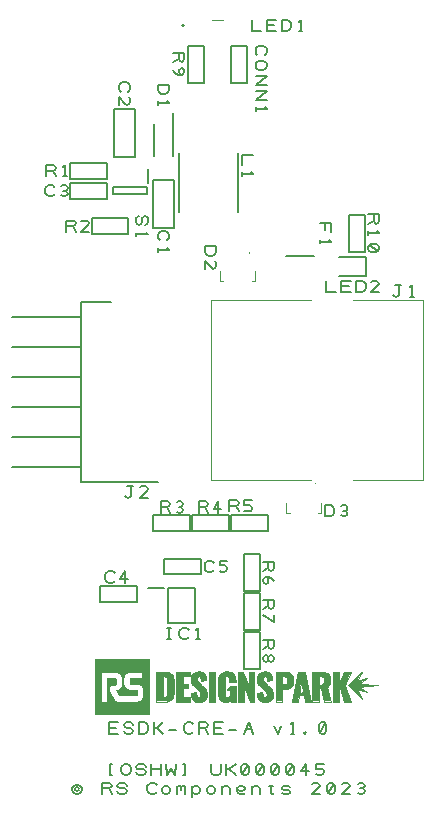
<source format=gbr>
G04 DesignSpark PCB PRO Gerber Version 10.0 Build 5299*
G04 #@! TF.Part,Single*
G04 #@! TF.FileFunction,Legend,Top*
G04 #@! TF.FilePolarity,Positive*
%FSLAX35Y35*%
%MOIN*%
%ADD72C,0.00100*%
%ADD29C,0.00394*%
%ADD28C,0.00500*%
%ADD10C,0.00787*%
G04 #@! TD.AperFunction*
X0Y0D02*
D02*
D10*
X27559Y113189D02*
X4567D01*
X27559Y123189D02*
X4567D01*
X27559Y133189D02*
X4567D01*
X27559Y143189D02*
X4567D01*
X27559Y153189D02*
X4567D01*
X27559Y163189D02*
X4567D01*
X49803Y206299D02*
Y203937D01*
X38386D01*
Y206299D01*
X49803D01*
X49926Y72815D02*
X55437D01*
X50000Y212402D02*
Y207677D01*
X51969Y227343D02*
Y216752D01*
X53543Y108189D02*
X27559D01*
Y168189D01*
X37559D01*
X56815Y72815D02*
X65870D01*
Y61004D01*
X56815D01*
Y72815D01*
X58268Y231201D02*
Y216752D01*
X60236Y217717D02*
Y198031D01*
X61811Y259843D02*
Y260630D02*
G75*
G03*
Y259843I0J-394D01*
G01*
Y260630D02*
G75*
G02*
Y259843I0J-394D01*
G01*
X79921Y198031D02*
Y217717D01*
X105465Y183465D02*
X96110D01*
X113583Y176673D02*
X122736D01*
Y183169D01*
X113583D01*
D02*
D28*
X18873Y203925D02*
X18561Y203612D01*
X17935Y203300D01*
X16998D01*
X16373Y203612D01*
X16061Y203925D01*
X15748Y204550D01*
Y205800D01*
X16061Y206425D01*
X16373Y206737D01*
X16998Y207050D01*
X17935D01*
X18561Y206737D01*
X18873Y206425D01*
X21061Y203612D02*
X21685Y203300D01*
X22311D01*
X22935Y203612D01*
X23248Y204237D01*
X22935Y204862D01*
X22311Y205175D01*
X21685D01*
X22311D02*
X22935Y205487D01*
X23248Y206112D01*
X22935Y206737D01*
X22311Y207050D01*
X21685D01*
X21061Y206737D01*
X16142Y209993D02*
Y213743D01*
X18329D01*
X18954Y213430D01*
X19267Y212805D01*
X18954Y212180D01*
X18329Y211868D01*
X16142D01*
X18329D02*
X19267Y209993D01*
X21767D02*
X23017D01*
X22392D02*
Y213743D01*
X21767Y213118D01*
X22835Y191489D02*
Y195239D01*
X25022D01*
X25647Y194926D01*
X25960Y194301D01*
X25647Y193676D01*
X25022Y193364D01*
X22835D01*
X25022D02*
X25960Y191489D01*
X30335D02*
X27835D01*
X30022Y193676D01*
X30335Y194301D01*
X30022Y194926D01*
X29397Y195239D01*
X28460D01*
X27835Y194926D01*
X24165Y202468D02*
Y207768D01*
X36465D01*
Y202468D01*
X24165D01*
Y209161D02*
Y214461D01*
X36465D01*
Y209161D01*
X24165D01*
X24803Y5337D02*
Y5650D01*
X25116Y6587D01*
X25428Y6900D01*
X26053Y7212D01*
X26678D01*
X27303Y6900D01*
X27616Y6587D01*
X27928Y5650D01*
Y5337D01*
X27616Y4712D01*
X27303Y4400D01*
X26678Y4087D01*
X26053D01*
X25428Y4400D01*
X25116Y4712D01*
X24803Y5337D01*
X26991D02*
X26366Y5025D01*
X25741Y5337D01*
Y5962D01*
X26366Y6275D01*
X26991Y5962D01*
X34803Y4087D02*
Y7837D01*
X36991D01*
X37616Y7525D01*
X37928Y6900D01*
X37616Y6275D01*
X36991Y5962D01*
X34803D01*
X36991D02*
X37928Y4087D01*
X39803Y5025D02*
X40116Y4400D01*
X40741Y4087D01*
X41991D01*
X42616Y4400D01*
X42928Y5025D01*
X42616Y5650D01*
X41991Y5962D01*
X40741D01*
X40116Y6275D01*
X39803Y6900D01*
X40116Y7525D01*
X40741Y7837D01*
X41991D01*
X42616Y7525D01*
X42928Y6900D01*
X52928Y4712D02*
X52616Y4400D01*
X51991Y4087D01*
X51053D01*
X50428Y4400D01*
X50116Y4712D01*
X49803Y5337D01*
Y6587D01*
X50116Y7212D01*
X50428Y7525D01*
X51053Y7837D01*
X51991D01*
X52616Y7525D01*
X52928Y7212D01*
X54803Y5025D02*
X55116Y4400D01*
X55741Y4087D01*
X56366D01*
X56991Y4400D01*
X57303Y5025D01*
Y5650D01*
X56991Y6275D01*
X56366Y6587D01*
X55741D01*
X55116Y6275D01*
X54803Y5650D01*
Y5025D01*
X59803Y4087D02*
Y6587D01*
Y6275D02*
X60116Y6587D01*
X60741D01*
X61053Y6275D01*
Y5337D01*
Y6275D02*
X61366Y6587D01*
X61991D01*
X62303Y6275D01*
Y4087D01*
X64803Y6587D02*
Y3150D01*
Y5025D02*
X65116Y4400D01*
X65741Y4087D01*
X66366D01*
X66991Y4400D01*
X67303Y5025D01*
Y5650D01*
X66991Y6275D01*
X66366Y6587D01*
X65741D01*
X65116Y6275D01*
X64803Y5650D01*
Y5025D01*
X69803D02*
X70116Y4400D01*
X70741Y4087D01*
X71366D01*
X71991Y4400D01*
X72303Y5025D01*
Y5650D01*
X71991Y6275D01*
X71366Y6587D01*
X70741D01*
X70116Y6275D01*
X69803Y5650D01*
Y5025D01*
X74803Y4087D02*
Y6587D01*
Y5650D02*
X75116Y6275D01*
X75741Y6587D01*
X76366D01*
X76991Y6275D01*
X77303Y5650D01*
Y4087D01*
X82303Y4400D02*
X81991Y4087D01*
X81366D01*
X80741D01*
X80116Y4400D01*
X79803Y5025D01*
Y5962D01*
X80116Y6275D01*
X80741Y6587D01*
X81366D01*
X81991Y6275D01*
X82303Y5962D01*
Y5650D01*
X81991Y5337D01*
X81366Y5025D01*
X80741D01*
X80116Y5337D01*
X79803Y5650D01*
X84803Y4087D02*
Y6587D01*
Y5650D02*
X85116Y6275D01*
X85741Y6587D01*
X86366D01*
X86991Y6275D01*
X87303Y5650D01*
Y4087D01*
X90324Y6587D02*
X91782D01*
X91053Y7212D02*
Y4400D01*
X91366Y4087D01*
X91678D01*
X91991Y4400D01*
X94803D02*
X95428Y4087D01*
X96678D01*
X97303Y4400D01*
Y5025D01*
X96678Y5337D01*
X95428D01*
X94803Y5650D01*
Y6275D01*
X95428Y6587D01*
X96678D01*
X97303Y6275D01*
X107303Y4087D02*
X104803D01*
X106991Y6275D01*
X107303Y6900D01*
X106991Y7525D01*
X106366Y7837D01*
X105428D01*
X104803Y7525D01*
X110116Y4400D02*
X110741Y4087D01*
X111366D01*
X111991Y4400D01*
X112303Y5025D01*
Y6900D01*
X111991Y7525D01*
X111366Y7837D01*
X110741D01*
X110116Y7525D01*
X109803Y6900D01*
Y5025D01*
X110116Y4400D01*
X111991Y7525D01*
X117303Y4087D02*
X114803D01*
X116991Y6275D01*
X117303Y6900D01*
X116991Y7525D01*
X116366Y7837D01*
X115428D01*
X114803Y7525D01*
X120116Y4400D02*
X120741Y4087D01*
X121366D01*
X121991Y4400D01*
X122303Y5025D01*
X121991Y5650D01*
X121366Y5962D01*
X120741D01*
X121366D02*
X121991Y6275D01*
X122303Y6900D01*
X121991Y7525D01*
X121366Y7837D01*
X120741D01*
X120116Y7525D01*
X31252Y190657D02*
Y195957D01*
X43552D01*
Y190657D01*
X31252D01*
X38952Y75165D02*
X38639Y74852D01*
X38014Y74539D01*
X37077D01*
X36452Y74852D01*
X36139Y75165D01*
X35827Y75789D01*
Y77039D01*
X36139Y77665D01*
X36452Y77977D01*
X37077Y78289D01*
X38014D01*
X38639Y77977D01*
X38952Y77665D01*
X42389Y74539D02*
Y78289D01*
X40827Y75789D01*
X43327D01*
X38096Y10386D02*
X37470D01*
Y14136D01*
X38096D01*
X41220Y11636D02*
Y12886D01*
X41533Y13511D01*
X41846Y13824D01*
X42470Y14136D01*
X43096D01*
X43720Y13824D01*
X44033Y13511D01*
X44346Y12886D01*
Y11636D01*
X44033Y11011D01*
X43720Y10699D01*
X43096Y10386D01*
X42470D01*
X41846Y10699D01*
X41533Y11011D01*
X41220Y11636D01*
X46220Y11324D02*
X46533Y10699D01*
X47158Y10386D01*
X48408D01*
X49033Y10699D01*
X49346Y11324D01*
X49033Y11949D01*
X48408Y12261D01*
X47158D01*
X46533Y12574D01*
X46220Y13199D01*
X46533Y13824D01*
X47158Y14136D01*
X48408D01*
X49033Y13824D01*
X49346Y13199D01*
X51220Y10386D02*
Y14136D01*
Y12261D02*
X54346D01*
Y10386D02*
Y14136D01*
X56220D02*
X56533Y10386D01*
X57783Y12261D01*
X59033Y10386D01*
X59346Y14136D01*
X61846Y10386D02*
X62470D01*
Y14136D01*
X61846D01*
X71220D02*
Y11324D01*
X71533Y10699D01*
X72158Y10386D01*
X73408D01*
X74033Y10699D01*
X74346Y11324D01*
Y14136D01*
X76220Y10386D02*
Y14136D01*
Y12261D02*
X77158D01*
X79346Y14136D01*
X77158Y12261D02*
X79346Y10386D01*
X81533Y10699D02*
X82158Y10386D01*
X82783D01*
X83408Y10699D01*
X83720Y11324D01*
Y13199D01*
X83408Y13824D01*
X82783Y14136D01*
X82158D01*
X81533Y13824D01*
X81220Y13199D01*
Y11324D01*
X81533Y10699D01*
X83408Y13824D01*
X86533Y10699D02*
X87158Y10386D01*
X87783D01*
X88408Y10699D01*
X88720Y11324D01*
Y13199D01*
X88408Y13824D01*
X87783Y14136D01*
X87158D01*
X86533Y13824D01*
X86220Y13199D01*
Y11324D01*
X86533Y10699D01*
X88408Y13824D01*
X91533Y10699D02*
X92158Y10386D01*
X92783D01*
X93408Y10699D01*
X93720Y11324D01*
Y13199D01*
X93408Y13824D01*
X92783Y14136D01*
X92158D01*
X91533Y13824D01*
X91220Y13199D01*
Y11324D01*
X91533Y10699D01*
X93408Y13824D01*
X96533Y10699D02*
X97158Y10386D01*
X97783D01*
X98408Y10699D01*
X98720Y11324D01*
Y13199D01*
X98408Y13824D01*
X97783Y14136D01*
X97158D01*
X96533Y13824D01*
X96220Y13199D01*
Y11324D01*
X96533Y10699D01*
X98408Y13824D01*
X102783Y10386D02*
Y14136D01*
X101220Y11636D01*
X103720D01*
X106220Y10699D02*
X106846Y10386D01*
X107783D01*
X108408Y10699D01*
X108720Y11324D01*
Y11636D01*
X108408Y12261D01*
X107783Y12574D01*
X106220D01*
Y14136D01*
X108720D01*
X37008Y24166D02*
Y27916D01*
X40133D01*
X39508Y26041D02*
X37008D01*
Y24166D02*
X40133D01*
X42008Y25104D02*
X42320Y24478D01*
X42945Y24166D01*
X44195D01*
X44820Y24478D01*
X45133Y25104D01*
X44820Y25728D01*
X44195Y26041D01*
X42945D01*
X42320Y26354D01*
X42008Y26978D01*
X42320Y27604D01*
X42945Y27916D01*
X44195D01*
X44820Y27604D01*
X45133Y26978D01*
X47008Y24166D02*
Y27916D01*
X48883D01*
X49508Y27604D01*
X49820Y27291D01*
X50133Y26666D01*
Y25416D01*
X49820Y24791D01*
X49508Y24478D01*
X48883Y24166D01*
X47008D01*
X52008D02*
Y27916D01*
Y26041D02*
X52945D01*
X55133Y27916D01*
X52945Y26041D02*
X55133Y24166D01*
X57008Y25416D02*
X59508D01*
X65133Y24791D02*
X64820Y24478D01*
X64195Y24166D01*
X63258D01*
X62633Y24478D01*
X62320Y24791D01*
X62008Y25416D01*
Y26666D01*
X62320Y27291D01*
X62633Y27604D01*
X63258Y27916D01*
X64195D01*
X64820Y27604D01*
X65133Y27291D01*
X67008Y24166D02*
Y27916D01*
X69195D01*
X69820Y27604D01*
X70133Y26978D01*
X69820Y26354D01*
X69195Y26041D01*
X67008D01*
X69195D02*
X70133Y24166D01*
X72008D02*
Y27916D01*
X75133D01*
X74508Y26041D02*
X72008D01*
Y24166D02*
X75133D01*
X77008Y25416D02*
X79508D01*
X82008Y24166D02*
X83570Y27916D01*
X85133Y24166D01*
X82633Y25728D02*
X84508D01*
X92008Y26666D02*
X93258Y24166D01*
X94508Y26666D01*
X97633Y24166D02*
X98883D01*
X98258D02*
Y27916D01*
X97633Y27291D01*
X102320Y24166D02*
X102633Y24478D01*
X102320Y24791D01*
X102008Y24478D01*
X102320Y24166D01*
X107320Y24478D02*
X107945Y24166D01*
X108570D01*
X109195Y24478D01*
X109508Y25104D01*
Y26978D01*
X109195Y27604D01*
X108570Y27916D01*
X107945D01*
X107320Y27604D01*
X107008Y26978D01*
Y25104D01*
X107320Y24478D01*
X109195Y27604D01*
X40933Y238213D02*
X40620Y238526D01*
X40307Y239151D01*
Y240089D01*
X40620Y240713D01*
X40933Y241026D01*
X41557Y241339D01*
X42807D01*
X43433Y241026D01*
X43745Y240713D01*
X44057Y240089D01*
Y239151D01*
X43745Y238526D01*
X43433Y238213D01*
X40307Y233839D02*
Y236339D01*
X42495Y234151D01*
X43120Y233839D01*
X43745Y234151D01*
X44057Y234776D01*
Y235713D01*
X43745Y236339D01*
X42520Y103531D02*
X42832Y103219D01*
X43457Y102906D01*
X44082Y103219D01*
X44395Y103531D01*
Y106656D01*
X45020D01*
X44395D02*
X43145D01*
X50020Y102906D02*
X47520D01*
X49707Y105094D01*
X50020Y105719D01*
X49707Y106344D01*
X49082Y106656D01*
X48145D01*
X47520Y106344D01*
X47151Y196850D02*
X46526Y196538D01*
X46213Y195913D01*
Y194663D01*
X46526Y194038D01*
X47151Y193725D01*
X47776Y194038D01*
X48088Y194663D01*
Y195913D01*
X48401Y196538D01*
X49026Y196850D01*
X49651Y196538D01*
X49963Y195913D01*
Y194663D01*
X49651Y194038D01*
X49026Y193725D01*
X46213Y191225D02*
Y189975D01*
Y190600D02*
X49963D01*
X49338Y191225D01*
X45626Y216409D02*
Y232409D01*
X38626D01*
Y216409D01*
X45626D01*
X46307Y73496D02*
Y68196D01*
X34007D01*
Y73496D01*
X46307D01*
X51618Y208787D02*
Y192787D01*
X58618D01*
Y208787D01*
X51618D01*
X51724Y91838D02*
Y97138D01*
X64024D01*
Y91838D01*
X51724D01*
X53925Y188607D02*
X53612Y188920D01*
X53300Y189545D01*
Y190482D01*
X53612Y191107D01*
X53925Y191420D01*
X54550Y191732D01*
X55800D01*
X56425Y191420D01*
X56737Y191107D01*
X57050Y190482D01*
Y189545D01*
X56737Y188920D01*
X56425Y188607D01*
X53300Y186107D02*
Y184857D01*
Y185482D02*
X57050D01*
X56425Y186107D01*
X53300Y240551D02*
X57050D01*
Y238676D01*
X56737Y238051D01*
X56425Y237739D01*
X55800Y237426D01*
X54550D01*
X53925Y237739D01*
X53612Y238051D01*
X53300Y238676D01*
Y240551D01*
Y234926D02*
Y233676D01*
Y234301D02*
X57050D01*
X56425Y234926D01*
X54311Y97862D02*
Y101612D01*
X56498D01*
X57123Y101300D01*
X57436Y100675D01*
X57123Y100050D01*
X56498Y99737D01*
X54311D01*
X56498D02*
X57436Y97862D01*
X59623Y98175D02*
X60248Y97862D01*
X60873D01*
X61498Y98175D01*
X61811Y98800D01*
X61498Y99425D01*
X60873Y99737D01*
X60248D01*
X60873D02*
X61498Y100050D01*
X61811Y100675D01*
X61498Y101300D01*
X60873Y101612D01*
X60248D01*
X59623Y101300D01*
X56375Y55662D02*
X57625D01*
X57000D02*
Y59412D01*
X56375D02*
X57625D01*
X63563Y56287D02*
X63250Y55974D01*
X62625Y55662D01*
X61687D01*
X61063Y55974D01*
X60750Y56287D01*
X60437Y56912D01*
Y58162D01*
X60750Y58787D01*
X61063Y59100D01*
X61687Y59412D01*
X62625D01*
X63250Y59100D01*
X63563Y58787D01*
X66063Y55662D02*
X67313D01*
X66687D02*
Y59412D01*
X66063Y58787D01*
X58418Y251181D02*
X62168D01*
Y248994D01*
X61856Y248369D01*
X61230Y248056D01*
X60606Y248369D01*
X60293Y248994D01*
Y251181D01*
Y248994D02*
X58418Y248056D01*
Y245244D02*
X58730Y244619D01*
X59356Y243994D01*
X60293Y243681D01*
X61230D01*
X61856Y243994D01*
X62168Y244619D01*
Y245244D01*
X61856Y245869D01*
X61230Y246181D01*
X60606Y245869D01*
X60293Y245244D01*
Y244619D01*
X60606Y243994D01*
X61230Y243681D01*
X63492Y253394D02*
X68792D01*
Y241094D01*
X63492D01*
Y253394D01*
X64716Y91838D02*
Y97138D01*
X77016D01*
Y91838D01*
X64716D01*
X66909Y97862D02*
Y101612D01*
X69096D01*
X69722Y101300D01*
X70034Y100675D01*
X69722Y100050D01*
X69096Y99737D01*
X66909D01*
X69096D02*
X70034Y97862D01*
X73472D02*
Y101612D01*
X71909Y99112D01*
X74409D01*
X67567Y82571D02*
Y77271D01*
X55267D01*
Y82571D01*
X67567D01*
X69048Y186614D02*
X72798D01*
Y184739D01*
X72485Y184114D01*
X72173Y183802D01*
X71548Y183489D01*
X70298D01*
X69673Y183802D01*
X69360Y184114D01*
X69048Y184739D01*
Y186614D01*
Y179114D02*
Y181614D01*
X71235Y179427D01*
X71860Y179114D01*
X72485Y179427D01*
X72798Y180052D01*
Y180989D01*
X72485Y181614D01*
X72023Y78728D02*
X71710Y78415D01*
X71085Y78103D01*
X70148D01*
X69523Y78415D01*
X69210Y78728D01*
X68898Y79353D01*
Y80603D01*
X69210Y81228D01*
X69523Y81541D01*
X70148Y81853D01*
X71085D01*
X71710Y81541D01*
X72023Y81228D01*
X73898Y78415D02*
X74523Y78103D01*
X75460D01*
X76085Y78415D01*
X76398Y79041D01*
Y79353D01*
X76085Y79978D01*
X75460Y80291D01*
X73898D01*
Y81853D01*
X76398D01*
X77145Y98256D02*
Y102006D01*
X79333D01*
X79958Y101694D01*
X80270Y101069D01*
X79958Y100444D01*
X79333Y100131D01*
X77145D01*
X79333D02*
X80270Y98256D01*
X82145Y98569D02*
X82770Y98256D01*
X83708D01*
X84333Y98569D01*
X84645Y99194D01*
Y99506D01*
X84333Y100131D01*
X83708Y100444D01*
X82145D01*
Y102006D01*
X84645D01*
X77708Y91838D02*
Y97138D01*
X90008D01*
Y91838D01*
X77708D01*
X85002Y216929D02*
X81252D01*
Y213804D01*
Y211304D02*
Y210054D01*
Y210679D02*
X85002D01*
X84378Y211304D01*
X81996Y58098D02*
X87296D01*
Y45798D01*
X81996D01*
Y58098D01*
Y71091D02*
X87296D01*
Y58791D01*
X81996D01*
Y71091D01*
Y84083D02*
X87296D01*
Y71783D01*
X81996D01*
Y84083D01*
X82965Y241094D02*
X77665D01*
Y253394D01*
X82965D01*
Y241094D01*
X84646Y262168D02*
Y258418D01*
X87771D01*
X89646D02*
Y262168D01*
X92771D01*
X92146Y260293D02*
X89646D01*
Y258418D02*
X92771D01*
X94646D02*
Y262168D01*
X96521D01*
X97146Y261856D01*
X97458Y261543D01*
X97771Y260918D01*
Y259668D01*
X97458Y259043D01*
X97146Y258730D01*
X96521Y258418D01*
X94646D01*
X100271D02*
X101521D01*
X100896D02*
Y262168D01*
X100271Y261543D01*
X86528Y250418D02*
X86215Y250731D01*
X85902Y251356D01*
Y252293D01*
X86215Y252918D01*
X86528Y253231D01*
X87152Y253543D01*
X88402D01*
X89028Y253231D01*
X89340Y252918D01*
X89652Y252293D01*
Y251356D01*
X89340Y250731D01*
X89028Y250418D01*
X87152Y248543D02*
X88402D01*
X89028Y248231D01*
X89340Y247918D01*
X89652Y247293D01*
Y246668D01*
X89340Y246043D01*
X89028Y245731D01*
X88402Y245418D01*
X87152D01*
X86528Y245731D01*
X86215Y246043D01*
X85902Y246668D01*
Y247293D01*
X86215Y247918D01*
X86528Y248231D01*
X87152Y248543D01*
X85902Y243543D02*
X89652D01*
X85902Y240418D01*
X89652D01*
X85902Y238543D02*
X89652D01*
X85902Y235418D01*
X89652D01*
X85902Y232918D02*
Y231668D01*
Y232293D02*
X89652D01*
X89028Y232918D01*
X88339Y55512D02*
X92089D01*
Y53324D01*
X91777Y52699D01*
X91152Y52387D01*
X90527Y52699D01*
X90214Y53324D01*
Y55512D01*
Y53324D02*
X88339Y52387D01*
X90214Y49574D02*
Y48949D01*
X90527Y48324D01*
X91152Y48012D01*
X91777Y48324D01*
X92089Y48949D01*
Y49574D01*
X91777Y50199D01*
X91152Y50512D01*
X90527Y50199D01*
X90214Y49574D01*
X89902Y50199D01*
X89277Y50512D01*
X88652Y50199D01*
X88339Y49574D01*
Y48949D01*
X88652Y48324D01*
X89277Y48012D01*
X89902Y48324D01*
X90214Y48949D01*
X88339Y68898D02*
X92089D01*
Y66710D01*
X91777Y66085D01*
X91152Y65772D01*
X90527Y66085D01*
X90214Y66710D01*
Y68898D01*
Y66710D02*
X88339Y65772D01*
Y63898D02*
X92089Y61398D01*
Y63898D01*
X88339Y81496D02*
X92089D01*
Y79309D01*
X91777Y78683D01*
X91152Y78371D01*
X90527Y78683D01*
X90214Y79309D01*
Y81496D01*
Y79309D02*
X88339Y78371D01*
X89277Y76496D02*
X89902Y76183D01*
X90214Y75559D01*
Y74933D01*
X89902Y74309D01*
X89277Y73996D01*
X88652Y74309D01*
X88339Y74933D01*
Y75559D01*
X88652Y76183D01*
X89277Y76496D01*
X90214D01*
X91152Y76183D01*
X91777Y75559D01*
X92089Y74933D01*
X107237Y194488D02*
X110987D01*
Y191363D01*
X109112Y191988D02*
Y194488D01*
X107237Y188863D02*
Y187613D01*
Y188238D02*
X110987D01*
X110362Y188863D01*
X109055Y96607D02*
Y100357D01*
X110930D01*
X111555Y100044D01*
X111868Y99732D01*
X112180Y99107D01*
Y97857D01*
X111868Y97232D01*
X111555Y96919D01*
X110930Y96607D01*
X109055D01*
X114368Y96919D02*
X114993Y96607D01*
X115618D01*
X116243Y96919D01*
X116555Y97544D01*
X116243Y98169D01*
X115618Y98482D01*
X114993D01*
X115618D02*
X116243Y98794D01*
X116555Y99419D01*
X116243Y100044D01*
X115618Y100357D01*
X114993D01*
X114368Y100044D01*
X109449Y175160D02*
Y171410D01*
X112574D01*
X114449D02*
Y175160D01*
X117574D01*
X116949Y173285D02*
X114449D01*
Y171410D02*
X117574D01*
X119449D02*
Y175160D01*
X121324D01*
X121949Y174848D01*
X122261Y174535D01*
X122574Y173910D01*
Y172660D01*
X122261Y172035D01*
X121949Y171722D01*
X121324Y171410D01*
X119449D01*
X126949D02*
X124449D01*
X126636Y173598D01*
X126949Y174222D01*
X126636Y174848D01*
X126011Y175160D01*
X125074D01*
X124449Y174848D01*
X122335Y184795D02*
X117035D01*
Y197095D01*
X122335D01*
Y184795D01*
X123378Y197244D02*
X127128D01*
Y195057D01*
X126816Y194431D01*
X126191Y194119D01*
X125566Y194431D01*
X125254Y195057D01*
Y197244D01*
Y195057D02*
X123378Y194119D01*
Y191619D02*
Y190369D01*
Y190994D02*
X127128D01*
X126504Y191619D01*
X123691Y186931D02*
X123378Y186307D01*
Y185681D01*
X123691Y185057D01*
X124316Y184744D01*
X126191D01*
X126816Y185057D01*
X127128Y185681D01*
Y186307D01*
X126816Y186931D01*
X126191Y187244D01*
X124316D01*
X123691Y186931D01*
X126816Y185057D01*
X131890Y170460D02*
X132202Y170148D01*
X132827Y169835D01*
X133452Y170148D01*
X133765Y170460D01*
Y173585D01*
X134390D01*
X133765D02*
X132515D01*
X137515Y169835D02*
X138765D01*
X138140D02*
Y173585D01*
X137515Y172960D01*
D02*
D29*
X71260Y262205D02*
X75197D01*
Y175000D02*
X74173D01*
Y178346D01*
X83858Y184252D02*
Y184646D02*
G75*
G03*
Y184252I0J-197D01*
G01*
Y184646D02*
G75*
G02*
Y184252I0J-197D01*
G01*
X85669Y178346D02*
Y175000D01*
X84646D01*
X97244Y97835D02*
X96220D01*
Y101181D01*
X104449Y108760D02*
X70984D01*
Y168760D01*
X104449D01*
X105906Y107087D02*
Y107480D02*
G75*
G03*
Y107087I0J-197D01*
G01*
Y107480D02*
G75*
G02*
Y107087I0J-197D01*
G01*
X107717Y101181D02*
Y97835D01*
X106693D01*
X118228Y108760D02*
X141850D01*
Y168760D01*
X118228D01*
D02*
D72*
X32283Y48920D02*
Y30709D01*
X50494D01*
Y48920D01*
X32283D01*
X47817Y40249D02*
X47967Y40083D01*
X48093Y39909D01*
X48198Y39722D01*
X48281Y39521D01*
X48344Y39303D01*
X48388Y39065D01*
X48414Y38806D01*
X48422Y38520D01*
Y37201D01*
X48415Y36928D01*
X48387Y36670D01*
X48340Y36428D01*
X48274Y36201D01*
X48188Y35991D01*
X48084Y35798D01*
X47961Y35622D01*
X47820Y35463D01*
X47662Y35321D01*
X47486Y35199D01*
X47293Y35094D01*
X47083Y35008D01*
X46857Y34942D01*
X46615Y34895D01*
X46357Y34868D01*
X46083Y34861D01*
X39582D01*
X39428Y34879D01*
X39293Y34931D01*
X39180Y35014D01*
X39094Y35126D01*
X37199Y38494D01*
X37104Y38668D01*
X37028Y38856D01*
X36973Y39052D01*
X36942Y39254D01*
X36937Y39456D01*
X36961Y39653D01*
X37017Y39842D01*
X37106Y40017D01*
X37262Y40213D01*
X37438Y40350D01*
X37633Y40438D01*
X37843Y40488D01*
X38066Y40507D01*
X38298Y40512D01*
X38781Y40509D01*
X38891Y40517D01*
X38987Y40539D01*
X39069Y40576D01*
X39136Y40629D01*
X39189Y40695D01*
X39227Y40776D01*
X39250Y40872D01*
X39257Y40982D01*
Y42250D01*
X39250Y42362D01*
X39228Y42456D01*
X39190Y42535D01*
X39135Y42603D01*
X39067Y42657D01*
X38987Y42694D01*
X38892Y42717D01*
X38781Y42724D01*
X36510D01*
Y34862D01*
X34411D01*
Y44794D01*
X38993D01*
X39276Y44785D01*
X39537Y44757D01*
X39776Y44712D01*
X39996Y44646D01*
X40199Y44561D01*
X40387Y44454D01*
X40562Y44326D01*
X40727Y44178D01*
X40876Y44012D01*
X41003Y43837D01*
X41107Y43651D01*
X41191Y43450D01*
X41254Y43232D01*
X41298Y42994D01*
X41324Y42734D01*
X41332Y42449D01*
Y40719D01*
X41328Y40489D01*
X41306Y40271D01*
X41267Y40068D01*
X41212Y39876D01*
X41140Y39700D01*
X41053Y39537D01*
X40950Y39388D01*
X40831Y39253D01*
X40698Y39133D01*
X40551Y39028D01*
X40390Y38938D01*
X40215Y38863D01*
X40028Y38804D01*
X39827Y38761D01*
X39614Y38733D01*
X39389Y38723D01*
X40483Y36926D01*
X45856D01*
X45967Y36933D01*
X46061Y36954D01*
X46141Y36993D01*
X46209Y37048D01*
X46262Y37115D01*
X46300Y37196D01*
X46322Y37291D01*
X46330Y37401D01*
Y38393D01*
X46322Y38503D01*
X46300Y38599D01*
X46262Y38681D01*
X46209Y38748D01*
X46141Y38800D01*
X46059Y38838D01*
X45963Y38861D01*
X45854Y38868D01*
X44076D01*
X43804Y38876D01*
X43554Y38902D01*
X43324Y38945D01*
X43113Y39008D01*
X42919Y39089D01*
X42738Y39190D01*
X42570Y39312D01*
X42412Y39454D01*
X42269Y39613D01*
X42147Y39781D01*
X42047Y39960D01*
X41967Y40152D01*
X41906Y40361D01*
X41864Y40588D01*
X41839Y40838D01*
X41831Y41110D01*
Y42456D01*
X41838Y42730D01*
X41865Y42988D01*
X41911Y43230D01*
X41978Y43457D01*
X42064Y43665D01*
X42168Y43859D01*
X42291Y44034D01*
X42432Y44193D01*
X42591Y44333D01*
X42768Y44457D01*
X42961Y44561D01*
X43171Y44645D01*
X43398Y44712D01*
X43640Y44760D01*
X43898Y44787D01*
X44170Y44794D01*
X48210D01*
Y42724D01*
X44383D01*
X44274Y42717D01*
X44178Y42694D01*
X44096Y42657D01*
X44028Y42604D01*
X43976Y42538D01*
X43937Y42456D01*
X43915Y42360D01*
X43908Y42250D01*
Y41334D01*
X43915Y41224D01*
X43937Y41129D01*
X43976Y41048D01*
X44028Y40980D01*
X44096Y40928D01*
X44178Y40890D01*
X44274Y40868D01*
X44383Y40860D01*
X46074D01*
X46358Y40851D01*
X46620Y40824D01*
X46860Y40780D01*
X47082Y40714D01*
X47287Y40630D01*
X47476Y40524D01*
X47652Y40398D01*
X47817Y40249D01*
X32333Y39828D02*
G36*
X32333Y39828D02*
Y30759D01*
X50444D01*
Y39828D01*
X48139D01*
X48198Y39722D01*
X48281Y39521D01*
X48344Y39303D01*
X48388Y39065D01*
X48414Y38806D01*
X48422Y38520D01*
Y37201D01*
X48415Y36928D01*
X48387Y36670D01*
X48340Y36428D01*
X48274Y36201D01*
X48188Y35991D01*
X48084Y35798D01*
X47961Y35622D01*
X47820Y35463D01*
X47662Y35321D01*
X47486Y35199D01*
X47293Y35094D01*
X47083Y35008D01*
X46857Y34942D01*
X46615Y34895D01*
X46357Y34868D01*
X46083Y34861D01*
X39582D01*
X39428Y34879D01*
X39293Y34931D01*
X39180Y35014D01*
X39094Y35126D01*
X37199Y38494D01*
X37104Y38668D01*
X37028Y38856D01*
X36973Y39052D01*
X36942Y39254D01*
X36937Y39456D01*
X36961Y39653D01*
X37013Y39828D01*
X36510D01*
Y34862D01*
X34411D01*
Y39828D01*
X32333D01*
G37*
X39614Y38733D02*
G36*
X39614Y38733D02*
X39389Y38723D01*
X40483Y36926D01*
X45856D01*
X45967Y36933D01*
X46061Y36954D01*
X46141Y36993D01*
X46209Y37048D01*
X46262Y37115D01*
X46300Y37196D01*
X46322Y37291D01*
X46330Y37401D01*
Y38393D01*
X46322Y38503D01*
X46300Y38599D01*
X46262Y38681D01*
X46209Y38748D01*
X46141Y38800D01*
X46059Y38838D01*
X45963Y38861D01*
X45854Y38868D01*
X44076D01*
X43804Y38876D01*
X43554Y38902D01*
X43324Y38945D01*
X43113Y39008D01*
X42919Y39089D01*
X42738Y39190D01*
X42570Y39312D01*
X42412Y39454D01*
X42269Y39613D01*
X42147Y39781D01*
X42121Y39828D01*
X41192D01*
X41140Y39700D01*
X41053Y39537D01*
X40950Y39388D01*
X40831Y39253D01*
X40698Y39133D01*
X40551Y39028D01*
X40390Y38938D01*
X40215Y38863D01*
X40028Y38804D01*
X39827Y38761D01*
X39614Y38733D01*
G37*
X32333Y48870D02*
G36*
X32333Y48870D02*
Y39828D01*
X34411D01*
Y44794D01*
X38993D01*
X39276Y44785D01*
X39537Y44757D01*
X39776Y44712D01*
X39996Y44646D01*
X40199Y44561D01*
X40387Y44454D01*
X40562Y44326D01*
X40727Y44178D01*
X40876Y44012D01*
X41003Y43837D01*
X41107Y43651D01*
X41191Y43450D01*
X41254Y43232D01*
X41298Y42994D01*
X41324Y42734D01*
X41332Y42449D01*
Y40719D01*
X41328Y40489D01*
X41306Y40271D01*
X41267Y40068D01*
X41212Y39876D01*
X41192Y39828D01*
X42121D01*
X42047Y39960D01*
X41967Y40152D01*
X41906Y40361D01*
X41864Y40588D01*
X41839Y40838D01*
X41831Y41110D01*
Y42456D01*
X41838Y42730D01*
X41865Y42988D01*
X41911Y43230D01*
X41978Y43457D01*
X42064Y43665D01*
X42168Y43859D01*
X42291Y44034D01*
X42432Y44193D01*
X42591Y44333D01*
X42768Y44457D01*
X42961Y44561D01*
X43171Y44645D01*
X43398Y44712D01*
X43640Y44760D01*
X43898Y44787D01*
X44170Y44794D01*
X48210D01*
Y42724D01*
X44383D01*
X44274Y42717D01*
X44178Y42694D01*
X44096Y42657D01*
X44028Y42604D01*
X43976Y42538D01*
X43937Y42456D01*
X43915Y42360D01*
X43908Y42250D01*
Y41334D01*
X43915Y41224D01*
X43937Y41129D01*
X43976Y41048D01*
X44028Y40980D01*
X44096Y40928D01*
X44178Y40890D01*
X44274Y40868D01*
X44383Y40860D01*
X46074D01*
X46358Y40851D01*
X46620Y40824D01*
X46860Y40780D01*
X47082Y40714D01*
X47287Y40630D01*
X47476Y40524D01*
X47652Y40398D01*
X47817Y40249D01*
X47967Y40083D01*
X48093Y39909D01*
X48139Y39828D01*
X50444D01*
Y48870D01*
X32333D01*
G37*
X36510Y42724D02*
G36*
X36510Y42724D02*
Y39828D01*
X37013D01*
X37017Y39842D01*
X37106Y40017D01*
X37262Y40213D01*
X37438Y40350D01*
X37633Y40438D01*
X37843Y40488D01*
X38066Y40507D01*
X38298Y40512D01*
X38781Y40509D01*
X38891Y40517D01*
X38987Y40539D01*
X39069Y40576D01*
X39136Y40629D01*
X39189Y40695D01*
X39227Y40776D01*
X39250Y40872D01*
X39257Y40982D01*
Y42250D01*
X39250Y42362D01*
X39228Y42456D01*
X39190Y42535D01*
X39135Y42603D01*
X39067Y42657D01*
X38987Y42694D01*
X38892Y42717D01*
X38781Y42724D01*
X36510D01*
G37*
X52778Y44794D02*
Y34862D01*
X55316D01*
X55776Y34873D01*
X56194Y34907D01*
X56574Y34964D01*
X56915Y35045D01*
X57220Y35152D01*
X57490Y35282D01*
X57727Y35438D01*
X57933Y35619D01*
X58108Y35826D01*
X58256Y36060D01*
X58376Y36321D01*
X58470Y36610D01*
X58541Y36926D01*
X58590Y37272D01*
X58618Y37646D01*
X58627Y38050D01*
Y41656D01*
X58618Y42054D01*
X58590Y42423D01*
X58541Y42764D01*
X58470Y43076D01*
X58375Y43361D01*
X58254Y43618D01*
X58106Y43849D01*
X57930Y44052D01*
X57723Y44230D01*
X57484Y44383D01*
X57212Y44511D01*
X56904Y44614D01*
X56560Y44693D01*
X56178Y44750D01*
X55756Y44783D01*
X55292Y44794D01*
X52778D01*
X55316Y36382D02*
X54973D01*
Y43261D01*
X55304D01*
X55628Y43244D01*
X55880Y43192D01*
X56067Y43103D01*
X56201Y42974D01*
X56289Y42806D01*
X56340Y42594D01*
X56365Y42338D01*
X56371Y42035D01*
Y37707D01*
X56366Y37392D01*
X56346Y37122D01*
X56299Y36894D01*
X56216Y36709D01*
X56157Y36632D01*
X56086Y36565D01*
X56001Y36509D01*
X55900Y36463D01*
X55647Y36402D01*
X55316Y36382D01*
X52828Y39822D02*
G36*
X52828Y39822D02*
Y34912D01*
X56231D01*
X56574Y34964D01*
X56915Y35045D01*
X57220Y35152D01*
X57490Y35282D01*
X57727Y35438D01*
X57933Y35619D01*
X58108Y35826D01*
X58256Y36060D01*
X58376Y36321D01*
X58470Y36610D01*
X58541Y36926D01*
X58577Y37180D01*
Y39822D01*
X56371D01*
Y37707D01*
X56366Y37392D01*
X56346Y37122D01*
X56299Y36894D01*
X56216Y36709D01*
X56157Y36632D01*
X56086Y36565D01*
X56001Y36509D01*
X55900Y36463D01*
X55647Y36402D01*
X55316Y36382D01*
X54973D01*
Y39822D01*
X52828D01*
G37*
Y44744D02*
G36*
X52828Y44744D02*
Y39822D01*
X54973D01*
Y43261D01*
X55304D01*
X55628Y43244D01*
X55880Y43192D01*
X56067Y43103D01*
X56201Y42974D01*
X56289Y42806D01*
X56340Y42594D01*
X56365Y42338D01*
X56371Y42035D01*
Y39822D01*
X58577D01*
Y42513D01*
X58541Y42764D01*
X58470Y43076D01*
X58375Y43361D01*
X58254Y43618D01*
X58106Y43849D01*
X57930Y44052D01*
X57723Y44230D01*
X57484Y44383D01*
X57212Y44511D01*
X56904Y44614D01*
X56560Y44693D01*
X56215Y44744D01*
X52828D01*
G37*
X59473Y44794D02*
X63937D01*
Y43298D01*
X61668D01*
Y40833D01*
X63397D01*
Y39313D01*
X61668D01*
Y36345D01*
X63961D01*
Y34862D01*
X59473D01*
Y44794D01*
G36*
X59473Y44794D02*
X63937D01*
Y43298D01*
X61668D01*
Y40833D01*
X63397D01*
Y39313D01*
X61668D01*
Y36345D01*
X63961D01*
Y34862D01*
X59473D01*
Y44794D01*
G37*
X64243Y37865D02*
X66120Y38148D01*
X66141Y37702D01*
X66189Y37329D01*
X66260Y37023D01*
X66357Y36782D01*
X66479Y36601D01*
X66625Y36476D01*
X66795Y36406D01*
X66990Y36382D01*
X67144Y36399D01*
X67268Y36446D01*
X67364Y36521D01*
X67436Y36615D01*
X67487Y36726D01*
X67520Y36848D01*
X67542Y37106D01*
X67523Y37399D01*
X67466Y37667D01*
X67374Y37912D01*
X67249Y38142D01*
X67093Y38360D01*
X66906Y38571D01*
X66691Y38781D01*
X66451Y38994D01*
X65592Y39742D01*
X65317Y39987D01*
X65063Y40246D01*
X64835Y40524D01*
X64639Y40824D01*
X64478Y41151D01*
X64357Y41507D01*
X64282Y41900D01*
X64256Y42330D01*
X64268Y42635D01*
X64305Y42923D01*
X64365Y43193D01*
X64449Y43444D01*
X64556Y43676D01*
X64684Y43890D01*
X64833Y44084D01*
X65004Y44259D01*
X65194Y44414D01*
X65404Y44550D01*
X65633Y44664D01*
X65880Y44759D01*
X66145Y44833D01*
X66427Y44887D01*
X66725Y44919D01*
X67039Y44929D01*
X67416Y44910D01*
X67753Y44856D01*
X68051Y44769D01*
X68314Y44652D01*
X68543Y44510D01*
X68742Y44344D01*
X68911Y44157D01*
X69054Y43956D01*
X69171Y43740D01*
X69267Y43513D01*
X69343Y43279D01*
X69402Y43041D01*
X69474Y42564D01*
X69504Y42109D01*
X67616Y41876D01*
X67583Y42474D01*
X67548Y42722D01*
X67493Y42930D01*
X67413Y43098D01*
X67302Y43221D01*
X67154Y43296D01*
X66966Y43323D01*
X66824Y43303D01*
X66703Y43250D01*
X66602Y43169D01*
X66520Y43065D01*
X66457Y42945D01*
X66412Y42815D01*
X66386Y42682D01*
X66377Y42550D01*
X66394Y42290D01*
X66446Y42056D01*
X66528Y41843D01*
X66639Y41648D01*
X66778Y41462D01*
X66941Y41283D01*
X67333Y40919D01*
X68155Y40195D01*
X68468Y39913D01*
X68759Y39613D01*
X69021Y39292D01*
X69250Y38945D01*
X69438Y38569D01*
X69580Y38158D01*
X69669Y37708D01*
X69700Y37217D01*
X69689Y36956D01*
X69654Y36703D01*
X69596Y36461D01*
X69517Y36230D01*
X69416Y36011D01*
X69295Y35804D01*
X69154Y35613D01*
X68994Y35437D01*
X68815Y35276D01*
X68618Y35134D01*
X68404Y35011D01*
X68174Y34907D01*
X67928Y34824D01*
X67667Y34764D01*
X67391Y34726D01*
X67101Y34714D01*
X66760Y34726D01*
X66442Y34759D01*
X66146Y34817D01*
X65873Y34896D01*
X65621Y35001D01*
X65391Y35130D01*
X65183Y35283D01*
X64996Y35462D01*
X64830Y35668D01*
X64685Y35899D01*
X64561Y36157D01*
X64457Y36442D01*
X64374Y36756D01*
X64310Y37096D01*
X64267Y37467D01*
X64243Y37865D01*
G36*
X64243Y37865D02*
X66120Y38148D01*
X66141Y37702D01*
X66189Y37329D01*
X66260Y37023D01*
X66357Y36782D01*
X66479Y36601D01*
X66625Y36476D01*
X66795Y36406D01*
X66990Y36382D01*
X67144Y36399D01*
X67268Y36446D01*
X67364Y36521D01*
X67436Y36615D01*
X67487Y36726D01*
X67520Y36848D01*
X67542Y37106D01*
X67523Y37399D01*
X67466Y37667D01*
X67374Y37912D01*
X67249Y38142D01*
X67093Y38360D01*
X66906Y38571D01*
X66691Y38781D01*
X66451Y38994D01*
X65592Y39742D01*
X65317Y39987D01*
X65063Y40246D01*
X64835Y40524D01*
X64639Y40824D01*
X64478Y41151D01*
X64357Y41507D01*
X64282Y41900D01*
X64256Y42330D01*
X64268Y42635D01*
X64305Y42923D01*
X64365Y43193D01*
X64449Y43444D01*
X64556Y43676D01*
X64684Y43890D01*
X64833Y44084D01*
X65004Y44259D01*
X65194Y44414D01*
X65404Y44550D01*
X65633Y44664D01*
X65880Y44759D01*
X66145Y44833D01*
X66427Y44887D01*
X66725Y44919D01*
X67039Y44929D01*
X67416Y44910D01*
X67753Y44856D01*
X68051Y44769D01*
X68314Y44652D01*
X68543Y44510D01*
X68742Y44344D01*
X68911Y44157D01*
X69054Y43956D01*
X69171Y43740D01*
X69267Y43513D01*
X69343Y43279D01*
X69402Y43041D01*
X69474Y42564D01*
X69504Y42109D01*
X67616Y41876D01*
X67583Y42474D01*
X67548Y42722D01*
X67493Y42930D01*
X67413Y43098D01*
X67302Y43221D01*
X67154Y43296D01*
X66966Y43323D01*
X66824Y43303D01*
X66703Y43250D01*
X66602Y43169D01*
X66520Y43065D01*
X66457Y42945D01*
X66412Y42815D01*
X66386Y42682D01*
X66377Y42550D01*
X66394Y42290D01*
X66446Y42056D01*
X66528Y41843D01*
X66639Y41648D01*
X66778Y41462D01*
X66941Y41283D01*
X67333Y40919D01*
X68155Y40195D01*
X68468Y39913D01*
X68759Y39613D01*
X69021Y39292D01*
X69250Y38945D01*
X69438Y38569D01*
X69580Y38158D01*
X69669Y37708D01*
X69700Y37217D01*
X69689Y36956D01*
X69654Y36703D01*
X69596Y36461D01*
X69517Y36230D01*
X69416Y36011D01*
X69295Y35804D01*
X69154Y35613D01*
X68994Y35437D01*
X68815Y35276D01*
X68618Y35134D01*
X68404Y35011D01*
X68174Y34907D01*
X67928Y34824D01*
X67667Y34764D01*
X67391Y34726D01*
X67101Y34714D01*
X66760Y34726D01*
X66442Y34759D01*
X66146Y34817D01*
X65873Y34896D01*
X65621Y35001D01*
X65391Y35130D01*
X65183Y35283D01*
X64996Y35462D01*
X64830Y35668D01*
X64685Y35899D01*
X64561Y36157D01*
X64457Y36442D01*
X64374Y36756D01*
X64310Y37096D01*
X64267Y37467D01*
X64243Y37865D01*
G37*
X70289Y44794D02*
X72484D01*
Y34862D01*
X70289D01*
Y44794D01*
G36*
X70289Y44794D02*
X72484D01*
Y34862D01*
X70289D01*
Y44794D01*
G37*
X77470Y40012D02*
X76233Y38723D01*
X77266D01*
Y37560D01*
X77256Y37310D01*
X77226Y37073D01*
X77172Y36856D01*
X77089Y36662D01*
X76975Y36501D01*
X76826Y36378D01*
X76638Y36300D01*
X76407Y36272D01*
X76178Y36299D01*
X75994Y36374D01*
X75851Y36493D01*
X75744Y36650D01*
X75668Y36839D01*
X75619Y37053D01*
X75593Y37287D01*
X75586Y37534D01*
Y42133D01*
X75605Y42582D01*
X75639Y42793D01*
X75700Y42984D01*
X75793Y43146D01*
X75928Y43273D01*
X76012Y43320D01*
X76109Y43356D01*
X76346Y43384D01*
X76575Y43359D01*
X76751Y43287D01*
X76881Y43172D01*
X76972Y43024D01*
X77030Y42845D01*
X77063Y42644D01*
X77082Y42194D01*
Y41385D01*
X79228D01*
Y42023D01*
X79219Y42340D01*
X79193Y42644D01*
X79148Y42933D01*
X79082Y43207D01*
X78996Y43463D01*
X78887Y43702D01*
X78755Y43923D01*
X78598Y44124D01*
X78415Y44306D01*
X78206Y44465D01*
X77968Y44603D01*
X77702Y44718D01*
X77405Y44809D01*
X77077Y44876D01*
X76716Y44915D01*
X76322Y44929D01*
X75914Y44913D01*
X75542Y44868D01*
X75204Y44792D01*
X74899Y44688D01*
X74625Y44554D01*
X74382Y44395D01*
X74167Y44209D01*
X73981Y43998D01*
X73821Y43761D01*
X73687Y43501D01*
X73576Y43218D01*
X73488Y42912D01*
X73422Y42584D01*
X73377Y42237D01*
X73350Y41870D01*
X73342Y41483D01*
Y38148D01*
X73350Y37772D01*
X73374Y37412D01*
X73417Y37070D01*
X73478Y36748D01*
X73558Y36444D01*
X73660Y36161D01*
X73784Y35901D01*
X73930Y35663D01*
X74102Y35450D01*
X74298Y35261D01*
X74520Y35099D01*
X74770Y34963D01*
X75048Y34856D01*
X75356Y34778D01*
X75694Y34731D01*
X76064Y34714D01*
X76372Y34733D01*
X76644Y34787D01*
X76884Y34872D01*
X77093Y34988D01*
X77273Y35129D01*
X77428Y35294D01*
X77559Y35480D01*
X77670Y35683D01*
X77793Y34862D01*
X79240D01*
Y40012D01*
X77470D01*
G36*
X77470Y40012D02*
X76233Y38723D01*
X77266D01*
Y37560D01*
X77256Y37310D01*
X77226Y37073D01*
X77172Y36856D01*
X77089Y36662D01*
X76975Y36501D01*
X76826Y36378D01*
X76638Y36300D01*
X76407Y36272D01*
X76178Y36299D01*
X75994Y36374D01*
X75851Y36493D01*
X75744Y36650D01*
X75668Y36839D01*
X75619Y37053D01*
X75593Y37287D01*
X75586Y37534D01*
Y42133D01*
X75605Y42582D01*
X75639Y42793D01*
X75700Y42984D01*
X75793Y43146D01*
X75928Y43273D01*
X76012Y43320D01*
X76109Y43356D01*
X76346Y43384D01*
X76575Y43359D01*
X76751Y43287D01*
X76881Y43172D01*
X76972Y43024D01*
X77030Y42845D01*
X77063Y42644D01*
X77082Y42194D01*
Y41385D01*
X79228D01*
Y42023D01*
X79219Y42340D01*
X79193Y42644D01*
X79148Y42933D01*
X79082Y43207D01*
X78996Y43463D01*
X78887Y43702D01*
X78755Y43923D01*
X78598Y44124D01*
X78415Y44306D01*
X78206Y44465D01*
X77968Y44603D01*
X77702Y44718D01*
X77405Y44809D01*
X77077Y44876D01*
X76716Y44915D01*
X76322Y44929D01*
X75914Y44913D01*
X75542Y44868D01*
X75204Y44792D01*
X74899Y44688D01*
X74625Y44554D01*
X74382Y44395D01*
X74167Y44209D01*
X73981Y43998D01*
X73821Y43761D01*
X73687Y43501D01*
X73576Y43218D01*
X73488Y42912D01*
X73422Y42584D01*
X73377Y42237D01*
X73350Y41870D01*
X73342Y41483D01*
Y38148D01*
X73350Y37772D01*
X73374Y37412D01*
X73417Y37070D01*
X73478Y36748D01*
X73558Y36444D01*
X73660Y36161D01*
X73784Y35901D01*
X73930Y35663D01*
X74102Y35450D01*
X74298Y35261D01*
X74520Y35099D01*
X74770Y34963D01*
X75048Y34856D01*
X75356Y34778D01*
X75694Y34731D01*
X76064Y34714D01*
X76372Y34733D01*
X76644Y34787D01*
X76884Y34872D01*
X77093Y34988D01*
X77273Y35129D01*
X77428Y35294D01*
X77559Y35480D01*
X77670Y35683D01*
X77793Y34862D01*
X79240D01*
Y40012D01*
X77470D01*
G37*
X80123Y44794D02*
X81668D01*
X83704Y40012D01*
Y44794D01*
X85519D01*
Y34862D01*
X84035D01*
X81999Y40012D01*
Y34862D01*
X80123D01*
Y44794D01*
G36*
X80123Y44794D02*
X81668D01*
X83704Y40012D01*
Y44794D01*
X85519D01*
Y34862D01*
X84035D01*
X81999Y40012D01*
Y34862D01*
X80123D01*
Y44794D01*
G37*
X86291Y37865D02*
X88167Y38148D01*
X88189Y37702D01*
X88236Y37329D01*
X88308Y37023D01*
X88405Y36782D01*
X88526Y36601D01*
X88672Y36476D01*
X88843Y36406D01*
X89037Y36382D01*
X89192Y36399D01*
X89315Y36446D01*
X89411Y36521D01*
X89484Y36615D01*
X89535Y36726D01*
X89567Y36848D01*
X89589Y37106D01*
X89570Y37399D01*
X89514Y37667D01*
X89422Y37912D01*
X89297Y38142D01*
X89140Y38360D01*
X88953Y38571D01*
X88739Y38781D01*
X88498Y38994D01*
X87640Y39742D01*
X87364Y39987D01*
X87110Y40246D01*
X86883Y40524D01*
X86686Y40824D01*
X86526Y41151D01*
X86405Y41507D01*
X86330Y41900D01*
X86303Y42330D01*
X86315Y42635D01*
X86352Y42923D01*
X86413Y43193D01*
X86496Y43444D01*
X86603Y43676D01*
X86731Y43890D01*
X86881Y44084D01*
X87051Y44259D01*
X87242Y44414D01*
X87452Y44550D01*
X87680Y44664D01*
X87928Y44759D01*
X88193Y44833D01*
X88474Y44887D01*
X88772Y44919D01*
X89087Y44929D01*
X89464Y44910D01*
X89800Y44856D01*
X90099Y44769D01*
X90361Y44652D01*
X90591Y44510D01*
X90789Y44344D01*
X90958Y44157D01*
X91101Y43956D01*
X91219Y43740D01*
X91315Y43513D01*
X91391Y43279D01*
X91449Y43041D01*
X91522Y42564D01*
X91552Y42109D01*
X89663Y41876D01*
X89630Y42474D01*
X89595Y42722D01*
X89541Y42930D01*
X89460Y43098D01*
X89349Y43221D01*
X89202Y43296D01*
X89013Y43323D01*
X88872Y43303D01*
X88750Y43250D01*
X88649Y43169D01*
X88567Y43065D01*
X88504Y42945D01*
X88460Y42815D01*
X88433Y42682D01*
X88424Y42550D01*
X88442Y42290D01*
X88493Y42056D01*
X88575Y41843D01*
X88687Y41648D01*
X88825Y41462D01*
X88989Y41283D01*
X89381Y40919D01*
X90203Y40195D01*
X90515Y39913D01*
X90806Y39613D01*
X91069Y39292D01*
X91297Y38945D01*
X91485Y38569D01*
X91627Y38158D01*
X91717Y37708D01*
X91748Y37217D01*
X91736Y36956D01*
X91701Y36703D01*
X91643Y36461D01*
X91564Y36230D01*
X91463Y36011D01*
X91342Y35804D01*
X91201Y35613D01*
X91041Y35437D01*
X90862Y35276D01*
X90666Y35134D01*
X90452Y35011D01*
X90222Y34907D01*
X89975Y34824D01*
X89714Y34764D01*
X89438Y34726D01*
X89148Y34714D01*
X88807Y34726D01*
X88490Y34759D01*
X88194Y34817D01*
X87920Y34896D01*
X87669Y35001D01*
X87439Y35130D01*
X87230Y35283D01*
X87043Y35462D01*
X86878Y35668D01*
X86733Y35899D01*
X86608Y36157D01*
X86504Y36442D01*
X86421Y36756D01*
X86358Y37096D01*
X86315Y37467D01*
X86291Y37865D01*
G36*
X86291Y37865D02*
X88167Y38148D01*
X88189Y37702D01*
X88236Y37329D01*
X88308Y37023D01*
X88405Y36782D01*
X88526Y36601D01*
X88672Y36476D01*
X88843Y36406D01*
X89037Y36382D01*
X89192Y36399D01*
X89315Y36446D01*
X89411Y36521D01*
X89484Y36615D01*
X89535Y36726D01*
X89567Y36848D01*
X89589Y37106D01*
X89570Y37399D01*
X89514Y37667D01*
X89422Y37912D01*
X89297Y38142D01*
X89140Y38360D01*
X88953Y38571D01*
X88739Y38781D01*
X88498Y38994D01*
X87640Y39742D01*
X87364Y39987D01*
X87110Y40246D01*
X86883Y40524D01*
X86686Y40824D01*
X86526Y41151D01*
X86405Y41507D01*
X86330Y41900D01*
X86303Y42330D01*
X86315Y42635D01*
X86352Y42923D01*
X86413Y43193D01*
X86496Y43444D01*
X86603Y43676D01*
X86731Y43890D01*
X86881Y44084D01*
X87051Y44259D01*
X87242Y44414D01*
X87452Y44550D01*
X87680Y44664D01*
X87928Y44759D01*
X88193Y44833D01*
X88474Y44887D01*
X88772Y44919D01*
X89087Y44929D01*
X89464Y44910D01*
X89800Y44856D01*
X90099Y44769D01*
X90361Y44652D01*
X90591Y44510D01*
X90789Y44344D01*
X90958Y44157D01*
X91101Y43956D01*
X91219Y43740D01*
X91315Y43513D01*
X91391Y43279D01*
X91449Y43041D01*
X91522Y42564D01*
X91552Y42109D01*
X89663Y41876D01*
X89630Y42474D01*
X89595Y42722D01*
X89541Y42930D01*
X89460Y43098D01*
X89349Y43221D01*
X89202Y43296D01*
X89013Y43323D01*
X88872Y43303D01*
X88750Y43250D01*
X88649Y43169D01*
X88567Y43065D01*
X88504Y42945D01*
X88460Y42815D01*
X88433Y42682D01*
X88424Y42550D01*
X88442Y42290D01*
X88493Y42056D01*
X88575Y41843D01*
X88687Y41648D01*
X88825Y41462D01*
X88989Y41283D01*
X89381Y40919D01*
X90203Y40195D01*
X90515Y39913D01*
X90806Y39613D01*
X91069Y39292D01*
X91297Y38945D01*
X91485Y38569D01*
X91627Y38158D01*
X91717Y37708D01*
X91748Y37217D01*
X91736Y36956D01*
X91701Y36703D01*
X91643Y36461D01*
X91564Y36230D01*
X91463Y36011D01*
X91342Y35804D01*
X91201Y35613D01*
X91041Y35437D01*
X90862Y35276D01*
X90666Y35134D01*
X90452Y35011D01*
X90222Y34907D01*
X89975Y34824D01*
X89714Y34764D01*
X89438Y34726D01*
X89148Y34714D01*
X88807Y34726D01*
X88490Y34759D01*
X88194Y34817D01*
X87920Y34896D01*
X87669Y35001D01*
X87439Y35130D01*
X87230Y35283D01*
X87043Y35462D01*
X86878Y35668D01*
X86733Y35899D01*
X86608Y36157D01*
X86504Y36442D01*
X86421Y36756D01*
X86358Y37096D01*
X86315Y37467D01*
X86291Y37865D01*
G37*
X92569Y44794D02*
Y34862D01*
X94764D01*
Y39080D01*
X95647D01*
X96231Y39108D01*
X96508Y39144D01*
X96773Y39200D01*
X97024Y39276D01*
X97261Y39371D01*
X97481Y39491D01*
X97684Y39637D01*
X97868Y39808D01*
X98032Y40009D01*
X98174Y40240D01*
X98294Y40502D01*
X98389Y40800D01*
X98459Y41132D01*
X98502Y41503D01*
X98517Y41912D01*
X98507Y42248D01*
X98477Y42564D01*
X98428Y42861D01*
X98358Y43139D01*
X98269Y43395D01*
X98159Y43632D01*
X98028Y43849D01*
X97877Y44043D01*
X97705Y44217D01*
X97512Y44368D01*
X97298Y44496D01*
X97063Y44602D01*
X96806Y44685D01*
X96527Y44745D01*
X96227Y44782D01*
X95905Y44794D01*
X92569D01*
X95500Y40612D02*
X94764D01*
Y43249D01*
X95487D01*
X95783Y43224D01*
X96011Y43151D01*
X96182Y43035D01*
X96303Y42880D01*
X96383Y42689D01*
X96429Y42468D01*
X96451Y42220D01*
X96456Y41949D01*
X96448Y41631D01*
X96421Y41357D01*
X96367Y41128D01*
X96282Y40941D01*
X96158Y40796D01*
X95991Y40694D01*
X95773Y40633D01*
X95500Y40612D01*
X92619Y41930D02*
G36*
X92619Y41930D02*
Y34912D01*
X94764D01*
Y39080D01*
X95647D01*
X96231Y39108D01*
X96508Y39144D01*
X96773Y39200D01*
X97024Y39276D01*
X97261Y39371D01*
X97481Y39491D01*
X97684Y39637D01*
X97868Y39808D01*
X98032Y40009D01*
X98174Y40240D01*
X98294Y40502D01*
X98389Y40800D01*
X98459Y41132D01*
X98467Y41197D01*
Y41930D01*
X96456D01*
X96448Y41631D01*
X96421Y41357D01*
X96367Y41128D01*
X96282Y40941D01*
X96158Y40796D01*
X95991Y40694D01*
X95773Y40633D01*
X95500Y40612D01*
X94764D01*
Y41930D01*
X92619D01*
G37*
Y44744D02*
G36*
X92619Y44744D02*
Y41930D01*
X94764D01*
Y43249D01*
X95487D01*
X95783Y43224D01*
X96011Y43151D01*
X96182Y43035D01*
X96303Y42880D01*
X96383Y42689D01*
X96429Y42468D01*
X96451Y42220D01*
X96456Y41949D01*
X96456Y41930D01*
X98467D01*
Y42628D01*
X98428Y42861D01*
X98358Y43139D01*
X98269Y43395D01*
X98159Y43632D01*
X98028Y43849D01*
X97877Y44043D01*
X97705Y44217D01*
X97512Y44368D01*
X97298Y44496D01*
X97063Y44602D01*
X96806Y44685D01*
X96531Y44744D01*
X92619D01*
G37*
X102404Y44794D02*
X99902D01*
X98026Y34862D01*
X100098D01*
X100442Y36959D01*
X100638Y38270D01*
X101165Y42145D01*
X101693Y38270D01*
X100442Y36959D01*
X101901D01*
X102232Y34862D01*
X104256D01*
X102404Y44794D01*
G36*
X102404Y44794D02*
X99902D01*
X98026Y34862D01*
X100098D01*
X100442Y36959D01*
X100638Y38270D01*
X101165Y42145D01*
X101693Y38270D01*
X100442Y36959D01*
X101901D01*
X102232Y34862D01*
X104256D01*
X102404Y44794D01*
G37*
X104770D02*
Y34862D01*
X106965D01*
Y39313D01*
X107591D01*
X108682Y34862D01*
X110950D01*
X109589Y39669D01*
X109923Y39860D01*
X110193Y40083D01*
X110405Y40341D01*
X110564Y40634D01*
X110678Y40962D01*
X110752Y41328D01*
X110791Y41730D01*
X110804Y42170D01*
X110788Y42543D01*
X110744Y42881D01*
X110670Y43187D01*
X110569Y43460D01*
X110441Y43702D01*
X110287Y43917D01*
X110107Y44103D01*
X109904Y44264D01*
X109676Y44400D01*
X109427Y44513D01*
X109156Y44606D01*
X108863Y44678D01*
X108552Y44731D01*
X108220Y44767D01*
X107505Y44794D01*
X104770D01*
X107578Y40576D02*
X106965D01*
Y43323D01*
X107677D01*
X107963Y43300D01*
X108199Y43231D01*
X108388Y43119D01*
X108535Y42965D01*
X108643Y42772D01*
X108715Y42541D01*
X108755Y42274D01*
X108768Y41974D01*
X108754Y41660D01*
X108711Y41383D01*
X108634Y41143D01*
X108518Y40943D01*
X108359Y40785D01*
X108152Y40670D01*
X107894Y40600D01*
X107578Y40576D01*
X104820Y41949D02*
G36*
X104820Y41949D02*
Y34912D01*
X106965D01*
Y39313D01*
X107591D01*
X108670Y34912D01*
X110900D01*
Y35039D01*
X109589Y39669D01*
X109923Y39860D01*
X110193Y40083D01*
X110405Y40341D01*
X110564Y40634D01*
X110678Y40962D01*
X110752Y41328D01*
X110791Y41730D01*
X110797Y41949D01*
X108767D01*
X108754Y41660D01*
X108711Y41383D01*
X108634Y41143D01*
X108518Y40943D01*
X108359Y40785D01*
X108152Y40670D01*
X107894Y40600D01*
X107578Y40576D01*
X106965D01*
Y41949D01*
X104820D01*
G37*
Y44744D02*
G36*
X104820Y44744D02*
Y41949D01*
X106965D01*
Y43323D01*
X107677D01*
X107963Y43300D01*
X108199Y43231D01*
X108388Y43119D01*
X108535Y42965D01*
X108643Y42772D01*
X108715Y42541D01*
X108755Y42274D01*
X108768Y41974D01*
X108767Y41949D01*
X110797D01*
X110804Y42170D01*
X110788Y42543D01*
X110744Y42881D01*
X110670Y43187D01*
X110569Y43460D01*
X110441Y43702D01*
X110287Y43917D01*
X110107Y44103D01*
X109904Y44264D01*
X109676Y44400D01*
X109427Y44513D01*
X109156Y44606D01*
X108863Y44678D01*
X108552Y44731D01*
X108426Y44744D01*
X104820D01*
G37*
X111637Y44794D02*
X113832D01*
Y40735D01*
X115500Y44794D01*
X117646D01*
X115807Y40307D01*
X117731Y34862D01*
X115500D01*
X114065Y39252D01*
X113832Y38859D01*
Y34862D01*
X111637D01*
Y44794D01*
G36*
X111637Y44794D02*
X113832D01*
Y40735D01*
X115500Y44794D01*
X117646D01*
X115807Y40307D01*
X117731Y34862D01*
X115500D01*
X114065Y39252D01*
X113832Y38859D01*
Y34862D01*
X111637D01*
Y44794D01*
G37*
X116834Y40303D02*
X126765Y40304D02*
X126772D01*
X126765D02*
X126772D01*
X126759D01*
X120437Y40795D01*
X122907Y42603D01*
X119825Y41591D01*
X121291Y44803D01*
X116834Y40303D01*
X121291Y35803D01*
X119825Y39015D01*
X122907Y38004D01*
X120437Y39811D01*
X126759Y40303D01*
X126772D01*
Y40304D01*
G36*
X126772Y40304D02*
X126759D01*
X120437Y40795D01*
X122907Y42603D01*
X119825Y41591D01*
X121291Y44803D01*
X116834Y40303D01*
X121291Y35803D01*
X119825Y39015D01*
X122907Y38004D01*
X120437Y39811D01*
X126759Y40303D01*
X126772D01*
Y40304D01*
G37*
X0Y0D02*
M02*

</source>
